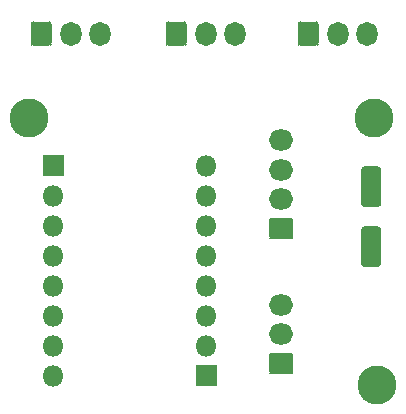
<source format=gbr>
G04 #@! TF.GenerationSoftware,KiCad,Pcbnew,(5.1.12)-1*
G04 #@! TF.CreationDate,2021-12-28T16:54:34-05:00*
G04 #@! TF.ProjectId,FlipDisplay-Motor,466c6970-4469-4737-906c-61792d4d6f74,rev?*
G04 #@! TF.SameCoordinates,Original*
G04 #@! TF.FileFunction,Soldermask,Top*
G04 #@! TF.FilePolarity,Negative*
%FSLAX46Y46*%
G04 Gerber Fmt 4.6, Leading zero omitted, Abs format (unit mm)*
G04 Created by KiCad (PCBNEW (5.1.12)-1) date 2021-12-28 16:54:34*
%MOMM*%
%LPD*%
G01*
G04 APERTURE LIST*
%ADD10C,3.302000*%
%ADD11O,1.802000X2.052000*%
%ADD12O,1.802000X1.802000*%
%ADD13O,2.052000X1.802000*%
%ADD14C,0.100000*%
G04 APERTURE END LIST*
G36*
G01*
X160605063Y-82488000D02*
X159434937Y-82488000D01*
G75*
G02*
X159169000Y-82222063I0J265937D01*
G01*
X159169000Y-79326937D01*
G75*
G02*
X159434937Y-79061000I265937J0D01*
G01*
X160605063Y-79061000D01*
G75*
G02*
X160871000Y-79326937I0J-265937D01*
G01*
X160871000Y-82222063D01*
G75*
G02*
X160605063Y-82488000I-265937J0D01*
G01*
G37*
G36*
G01*
X160605063Y-87563000D02*
X159434937Y-87563000D01*
G75*
G02*
X159169000Y-87297063I0J265937D01*
G01*
X159169000Y-84401937D01*
G75*
G02*
X159434937Y-84136000I265937J0D01*
G01*
X160605063Y-84136000D01*
G75*
G02*
X160871000Y-84401937I0J-265937D01*
G01*
X160871000Y-87297063D01*
G75*
G02*
X160605063Y-87563000I-265937J0D01*
G01*
G37*
D10*
X131064000Y-74930000D03*
X160274000Y-74930000D03*
X160528000Y-97536000D03*
D11*
X148510000Y-67818000D03*
X146010000Y-67818000D03*
G36*
G01*
X142609000Y-68579000D02*
X142609000Y-67057000D01*
G75*
G02*
X142874000Y-66792000I265000J0D01*
G01*
X144146000Y-66792000D01*
G75*
G02*
X144411000Y-67057000I0J-265000D01*
G01*
X144411000Y-68579000D01*
G75*
G02*
X144146000Y-68844000I-265000J0D01*
G01*
X142874000Y-68844000D01*
G75*
G02*
X142609000Y-68579000I0J265000D01*
G01*
G37*
X159686000Y-67818000D03*
X157186000Y-67818000D03*
G36*
G01*
X153785000Y-68579000D02*
X153785000Y-67057000D01*
G75*
G02*
X154050000Y-66792000I265000J0D01*
G01*
X155322000Y-66792000D01*
G75*
G02*
X155587000Y-67057000I0J-265000D01*
G01*
X155587000Y-68579000D01*
G75*
G02*
X155322000Y-68844000I-265000J0D01*
G01*
X154050000Y-68844000D01*
G75*
G02*
X153785000Y-68579000I0J265000D01*
G01*
G37*
X137080000Y-67818000D03*
X134580000Y-67818000D03*
G36*
G01*
X131179000Y-68579000D02*
X131179000Y-67057000D01*
G75*
G02*
X131444000Y-66792000I265000J0D01*
G01*
X132716000Y-66792000D01*
G75*
G02*
X132981000Y-67057000I0J-265000D01*
G01*
X132981000Y-68579000D01*
G75*
G02*
X132716000Y-68844000I-265000J0D01*
G01*
X131444000Y-68844000D01*
G75*
G02*
X131179000Y-68579000I0J265000D01*
G01*
G37*
D12*
X146050000Y-78994000D03*
X146050000Y-81534000D03*
X146050000Y-84074000D03*
X146050000Y-86614000D03*
X146050000Y-89154000D03*
X146050000Y-91694000D03*
X146050000Y-94234000D03*
G36*
G01*
X146951000Y-95924000D02*
X146951000Y-97624000D01*
G75*
G02*
X146900000Y-97675000I-51000J0D01*
G01*
X145200000Y-97675000D01*
G75*
G02*
X145149000Y-97624000I0J51000D01*
G01*
X145149000Y-95924000D01*
G75*
G02*
X145200000Y-95873000I51000J0D01*
G01*
X146900000Y-95873000D01*
G75*
G02*
X146951000Y-95924000I0J-51000D01*
G01*
G37*
D13*
X152400000Y-76828000D03*
X152400000Y-79328000D03*
X152400000Y-81828000D03*
G36*
G01*
X153161000Y-85229000D02*
X151639000Y-85229000D01*
G75*
G02*
X151374000Y-84964000I0J265000D01*
G01*
X151374000Y-83692000D01*
G75*
G02*
X151639000Y-83427000I265000J0D01*
G01*
X153161000Y-83427000D01*
G75*
G02*
X153426000Y-83692000I0J-265000D01*
G01*
X153426000Y-84964000D01*
G75*
G02*
X153161000Y-85229000I-265000J0D01*
G01*
G37*
D12*
X133096000Y-96774000D03*
X133096000Y-94234000D03*
X133096000Y-91694000D03*
X133096000Y-89154000D03*
X133096000Y-86614000D03*
X133096000Y-84074000D03*
X133096000Y-81534000D03*
G36*
G01*
X132195000Y-79844000D02*
X132195000Y-78144000D01*
G75*
G02*
X132246000Y-78093000I51000J0D01*
G01*
X133946000Y-78093000D01*
G75*
G02*
X133997000Y-78144000I0J-51000D01*
G01*
X133997000Y-79844000D01*
G75*
G02*
X133946000Y-79895000I-51000J0D01*
G01*
X132246000Y-79895000D01*
G75*
G02*
X132195000Y-79844000I0J51000D01*
G01*
G37*
D13*
X152400000Y-90758000D03*
X152400000Y-93258000D03*
G36*
G01*
X153161000Y-96659000D02*
X151639000Y-96659000D01*
G75*
G02*
X151374000Y-96394000I0J265000D01*
G01*
X151374000Y-95122000D01*
G75*
G02*
X151639000Y-94857000I265000J0D01*
G01*
X153161000Y-94857000D01*
G75*
G02*
X153426000Y-95122000I0J-265000D01*
G01*
X153426000Y-96394000D01*
G75*
G02*
X153161000Y-96659000I-265000J0D01*
G01*
G37*
D14*
G36*
X153427165Y-96392374D02*
G01*
X153428000Y-96394000D01*
X153428000Y-96476097D01*
X153427990Y-96476293D01*
X153424001Y-96516796D01*
X153423925Y-96517181D01*
X153413899Y-96550233D01*
X153413749Y-96550595D01*
X153397472Y-96581046D01*
X153397254Y-96581372D01*
X153375345Y-96608068D01*
X153375068Y-96608345D01*
X153348372Y-96630254D01*
X153348046Y-96630472D01*
X153317595Y-96646749D01*
X153317233Y-96646899D01*
X153284181Y-96656925D01*
X153283796Y-96657001D01*
X153243293Y-96660990D01*
X153243097Y-96661000D01*
X153161000Y-96661000D01*
X153159268Y-96660000D01*
X153159268Y-96658000D01*
X153160804Y-96657010D01*
X153212304Y-96651938D01*
X153261642Y-96636971D01*
X153307110Y-96612668D01*
X153346962Y-96579962D01*
X153379668Y-96540110D01*
X153403971Y-96494642D01*
X153418938Y-96445304D01*
X153424010Y-96393804D01*
X153425175Y-96392178D01*
X153427165Y-96392374D01*
G37*
G36*
X151375990Y-96393804D02*
G01*
X151381062Y-96445304D01*
X151396029Y-96494642D01*
X151420332Y-96540110D01*
X151453038Y-96579962D01*
X151492890Y-96612668D01*
X151538358Y-96636971D01*
X151587696Y-96651938D01*
X151639196Y-96657010D01*
X151640822Y-96658175D01*
X151640626Y-96660165D01*
X151639000Y-96661000D01*
X151556903Y-96661000D01*
X151556707Y-96660990D01*
X151516204Y-96657001D01*
X151515819Y-96656925D01*
X151482767Y-96646899D01*
X151482405Y-96646749D01*
X151451954Y-96630472D01*
X151451628Y-96630254D01*
X151424932Y-96608345D01*
X151424655Y-96608068D01*
X151402746Y-96581372D01*
X151402528Y-96581046D01*
X151386251Y-96550595D01*
X151386101Y-96550233D01*
X151376075Y-96517181D01*
X151375999Y-96516796D01*
X151372010Y-96476293D01*
X151372000Y-96476097D01*
X151372000Y-96394000D01*
X151373000Y-96392268D01*
X151375000Y-96392268D01*
X151375990Y-96393804D01*
G37*
G36*
X151640732Y-94856000D02*
G01*
X151640732Y-94858000D01*
X151639196Y-94858990D01*
X151587696Y-94864062D01*
X151538358Y-94879029D01*
X151492890Y-94903332D01*
X151453038Y-94936038D01*
X151420332Y-94975890D01*
X151396029Y-95021358D01*
X151381062Y-95070696D01*
X151375990Y-95122196D01*
X151374825Y-95123822D01*
X151372835Y-95123626D01*
X151372000Y-95122000D01*
X151372000Y-95039903D01*
X151372010Y-95039707D01*
X151375999Y-94999204D01*
X151376075Y-94998819D01*
X151386101Y-94965767D01*
X151386251Y-94965405D01*
X151402528Y-94934954D01*
X151402746Y-94934628D01*
X151424655Y-94907932D01*
X151424932Y-94907655D01*
X151451628Y-94885746D01*
X151451954Y-94885528D01*
X151482405Y-94869251D01*
X151482767Y-94869101D01*
X151515819Y-94859075D01*
X151516204Y-94858999D01*
X151556707Y-94855010D01*
X151556903Y-94855000D01*
X151639000Y-94855000D01*
X151640732Y-94856000D01*
G37*
G36*
X153243293Y-94855010D02*
G01*
X153283796Y-94858999D01*
X153284181Y-94859075D01*
X153317233Y-94869101D01*
X153317595Y-94869251D01*
X153348046Y-94885528D01*
X153348372Y-94885746D01*
X153375068Y-94907655D01*
X153375345Y-94907932D01*
X153397254Y-94934628D01*
X153397472Y-94934954D01*
X153413749Y-94965405D01*
X153413899Y-94965767D01*
X153423925Y-94998819D01*
X153424001Y-94999204D01*
X153427990Y-95039707D01*
X153428000Y-95039903D01*
X153428000Y-95122000D01*
X153427000Y-95123732D01*
X153425000Y-95123732D01*
X153424010Y-95122196D01*
X153418938Y-95070696D01*
X153403971Y-95021358D01*
X153379668Y-94975890D01*
X153346962Y-94936038D01*
X153307110Y-94903332D01*
X153261642Y-94879029D01*
X153212304Y-94864062D01*
X153160804Y-94858990D01*
X153159178Y-94857825D01*
X153159374Y-94855835D01*
X153161000Y-94855000D01*
X153243097Y-94855000D01*
X153243293Y-94855010D01*
G37*
G36*
X153427165Y-84962374D02*
G01*
X153428000Y-84964000D01*
X153428000Y-85046097D01*
X153427990Y-85046293D01*
X153424001Y-85086796D01*
X153423925Y-85087181D01*
X153413899Y-85120233D01*
X153413749Y-85120595D01*
X153397472Y-85151046D01*
X153397254Y-85151372D01*
X153375345Y-85178068D01*
X153375068Y-85178345D01*
X153348372Y-85200254D01*
X153348046Y-85200472D01*
X153317595Y-85216749D01*
X153317233Y-85216899D01*
X153284181Y-85226925D01*
X153283796Y-85227001D01*
X153243293Y-85230990D01*
X153243097Y-85231000D01*
X153161000Y-85231000D01*
X153159268Y-85230000D01*
X153159268Y-85228000D01*
X153160804Y-85227010D01*
X153212304Y-85221938D01*
X153261642Y-85206971D01*
X153307110Y-85182668D01*
X153346962Y-85149962D01*
X153379668Y-85110110D01*
X153403971Y-85064642D01*
X153418938Y-85015304D01*
X153424010Y-84963804D01*
X153425175Y-84962178D01*
X153427165Y-84962374D01*
G37*
G36*
X151375990Y-84963804D02*
G01*
X151381062Y-85015304D01*
X151396029Y-85064642D01*
X151420332Y-85110110D01*
X151453038Y-85149962D01*
X151492890Y-85182668D01*
X151538358Y-85206971D01*
X151587696Y-85221938D01*
X151639196Y-85227010D01*
X151640822Y-85228175D01*
X151640626Y-85230165D01*
X151639000Y-85231000D01*
X151556903Y-85231000D01*
X151556707Y-85230990D01*
X151516204Y-85227001D01*
X151515819Y-85226925D01*
X151482767Y-85216899D01*
X151482405Y-85216749D01*
X151451954Y-85200472D01*
X151451628Y-85200254D01*
X151424932Y-85178345D01*
X151424655Y-85178068D01*
X151402746Y-85151372D01*
X151402528Y-85151046D01*
X151386251Y-85120595D01*
X151386101Y-85120233D01*
X151376075Y-85087181D01*
X151375999Y-85086796D01*
X151372010Y-85046293D01*
X151372000Y-85046097D01*
X151372000Y-84964000D01*
X151373000Y-84962268D01*
X151375000Y-84962268D01*
X151375990Y-84963804D01*
G37*
G36*
X151640732Y-83426000D02*
G01*
X151640732Y-83428000D01*
X151639196Y-83428990D01*
X151587696Y-83434062D01*
X151538358Y-83449029D01*
X151492890Y-83473332D01*
X151453038Y-83506038D01*
X151420332Y-83545890D01*
X151396029Y-83591358D01*
X151381062Y-83640696D01*
X151375990Y-83692196D01*
X151374825Y-83693822D01*
X151372835Y-83693626D01*
X151372000Y-83692000D01*
X151372000Y-83609903D01*
X151372010Y-83609707D01*
X151375999Y-83569204D01*
X151376075Y-83568819D01*
X151386101Y-83535767D01*
X151386251Y-83535405D01*
X151402528Y-83504954D01*
X151402746Y-83504628D01*
X151424655Y-83477932D01*
X151424932Y-83477655D01*
X151451628Y-83455746D01*
X151451954Y-83455528D01*
X151482405Y-83439251D01*
X151482767Y-83439101D01*
X151515819Y-83429075D01*
X151516204Y-83428999D01*
X151556707Y-83425010D01*
X151556903Y-83425000D01*
X151639000Y-83425000D01*
X151640732Y-83426000D01*
G37*
G36*
X153243293Y-83425010D02*
G01*
X153283796Y-83428999D01*
X153284181Y-83429075D01*
X153317233Y-83439101D01*
X153317595Y-83439251D01*
X153348046Y-83455528D01*
X153348372Y-83455746D01*
X153375068Y-83477655D01*
X153375345Y-83477932D01*
X153397254Y-83504628D01*
X153397472Y-83504954D01*
X153413749Y-83535405D01*
X153413899Y-83535767D01*
X153423925Y-83568819D01*
X153424001Y-83569204D01*
X153427990Y-83609707D01*
X153428000Y-83609903D01*
X153428000Y-83692000D01*
X153427000Y-83693732D01*
X153425000Y-83693732D01*
X153424010Y-83692196D01*
X153418938Y-83640696D01*
X153403971Y-83591358D01*
X153379668Y-83545890D01*
X153346962Y-83506038D01*
X153307110Y-83473332D01*
X153261642Y-83449029D01*
X153212304Y-83434062D01*
X153160804Y-83428990D01*
X153159178Y-83427825D01*
X153159374Y-83425835D01*
X153161000Y-83425000D01*
X153243097Y-83425000D01*
X153243293Y-83425010D01*
G37*
G36*
X132982165Y-68577374D02*
G01*
X132983000Y-68579000D01*
X132983000Y-68661097D01*
X132982990Y-68661293D01*
X132979001Y-68701796D01*
X132978925Y-68702181D01*
X132968899Y-68735233D01*
X132968749Y-68735595D01*
X132952472Y-68766046D01*
X132952254Y-68766372D01*
X132930345Y-68793068D01*
X132930068Y-68793345D01*
X132903372Y-68815254D01*
X132903046Y-68815472D01*
X132872595Y-68831749D01*
X132872233Y-68831899D01*
X132839181Y-68841925D01*
X132838796Y-68842001D01*
X132798293Y-68845990D01*
X132798097Y-68846000D01*
X132716000Y-68846000D01*
X132714268Y-68845000D01*
X132714268Y-68843000D01*
X132715804Y-68842010D01*
X132767304Y-68836938D01*
X132816642Y-68821971D01*
X132862110Y-68797668D01*
X132901962Y-68764962D01*
X132934668Y-68725110D01*
X132958971Y-68679642D01*
X132973938Y-68630304D01*
X132979010Y-68578804D01*
X132980175Y-68577178D01*
X132982165Y-68577374D01*
G37*
G36*
X144412165Y-68577374D02*
G01*
X144413000Y-68579000D01*
X144413000Y-68661097D01*
X144412990Y-68661293D01*
X144409001Y-68701796D01*
X144408925Y-68702181D01*
X144398899Y-68735233D01*
X144398749Y-68735595D01*
X144382472Y-68766046D01*
X144382254Y-68766372D01*
X144360345Y-68793068D01*
X144360068Y-68793345D01*
X144333372Y-68815254D01*
X144333046Y-68815472D01*
X144302595Y-68831749D01*
X144302233Y-68831899D01*
X144269181Y-68841925D01*
X144268796Y-68842001D01*
X144228293Y-68845990D01*
X144228097Y-68846000D01*
X144146000Y-68846000D01*
X144144268Y-68845000D01*
X144144268Y-68843000D01*
X144145804Y-68842010D01*
X144197304Y-68836938D01*
X144246642Y-68821971D01*
X144292110Y-68797668D01*
X144331962Y-68764962D01*
X144364668Y-68725110D01*
X144388971Y-68679642D01*
X144403938Y-68630304D01*
X144409010Y-68578804D01*
X144410175Y-68577178D01*
X144412165Y-68577374D01*
G37*
G36*
X155588165Y-68577374D02*
G01*
X155589000Y-68579000D01*
X155589000Y-68661097D01*
X155588990Y-68661293D01*
X155585001Y-68701796D01*
X155584925Y-68702181D01*
X155574899Y-68735233D01*
X155574749Y-68735595D01*
X155558472Y-68766046D01*
X155558254Y-68766372D01*
X155536345Y-68793068D01*
X155536068Y-68793345D01*
X155509372Y-68815254D01*
X155509046Y-68815472D01*
X155478595Y-68831749D01*
X155478233Y-68831899D01*
X155445181Y-68841925D01*
X155444796Y-68842001D01*
X155404293Y-68845990D01*
X155404097Y-68846000D01*
X155322000Y-68846000D01*
X155320268Y-68845000D01*
X155320268Y-68843000D01*
X155321804Y-68842010D01*
X155373304Y-68836938D01*
X155422642Y-68821971D01*
X155468110Y-68797668D01*
X155507962Y-68764962D01*
X155540668Y-68725110D01*
X155564971Y-68679642D01*
X155579938Y-68630304D01*
X155585010Y-68578804D01*
X155586175Y-68577178D01*
X155588165Y-68577374D01*
G37*
G36*
X142610990Y-68578804D02*
G01*
X142616062Y-68630304D01*
X142631029Y-68679642D01*
X142655332Y-68725110D01*
X142688038Y-68764962D01*
X142727890Y-68797668D01*
X142773358Y-68821971D01*
X142822696Y-68836938D01*
X142874196Y-68842010D01*
X142875822Y-68843175D01*
X142875626Y-68845165D01*
X142874000Y-68846000D01*
X142791903Y-68846000D01*
X142791707Y-68845990D01*
X142751204Y-68842001D01*
X142750819Y-68841925D01*
X142717767Y-68831899D01*
X142717405Y-68831749D01*
X142686954Y-68815472D01*
X142686628Y-68815254D01*
X142659932Y-68793345D01*
X142659655Y-68793068D01*
X142637746Y-68766372D01*
X142637528Y-68766046D01*
X142621251Y-68735595D01*
X142621101Y-68735233D01*
X142611075Y-68702181D01*
X142610999Y-68701796D01*
X142607010Y-68661293D01*
X142607000Y-68661097D01*
X142607000Y-68579000D01*
X142608000Y-68577268D01*
X142610000Y-68577268D01*
X142610990Y-68578804D01*
G37*
G36*
X131180990Y-68578804D02*
G01*
X131186062Y-68630304D01*
X131201029Y-68679642D01*
X131225332Y-68725110D01*
X131258038Y-68764962D01*
X131297890Y-68797668D01*
X131343358Y-68821971D01*
X131392696Y-68836938D01*
X131444196Y-68842010D01*
X131445822Y-68843175D01*
X131445626Y-68845165D01*
X131444000Y-68846000D01*
X131361903Y-68846000D01*
X131361707Y-68845990D01*
X131321204Y-68842001D01*
X131320819Y-68841925D01*
X131287767Y-68831899D01*
X131287405Y-68831749D01*
X131256954Y-68815472D01*
X131256628Y-68815254D01*
X131229932Y-68793345D01*
X131229655Y-68793068D01*
X131207746Y-68766372D01*
X131207528Y-68766046D01*
X131191251Y-68735595D01*
X131191101Y-68735233D01*
X131181075Y-68702181D01*
X131180999Y-68701796D01*
X131177010Y-68661293D01*
X131177000Y-68661097D01*
X131177000Y-68579000D01*
X131178000Y-68577268D01*
X131180000Y-68577268D01*
X131180990Y-68578804D01*
G37*
G36*
X153786990Y-68578804D02*
G01*
X153792062Y-68630304D01*
X153807029Y-68679642D01*
X153831332Y-68725110D01*
X153864038Y-68764962D01*
X153903890Y-68797668D01*
X153949358Y-68821971D01*
X153998696Y-68836938D01*
X154050196Y-68842010D01*
X154051822Y-68843175D01*
X154051626Y-68845165D01*
X154050000Y-68846000D01*
X153967903Y-68846000D01*
X153967707Y-68845990D01*
X153927204Y-68842001D01*
X153926819Y-68841925D01*
X153893767Y-68831899D01*
X153893405Y-68831749D01*
X153862954Y-68815472D01*
X153862628Y-68815254D01*
X153835932Y-68793345D01*
X153835655Y-68793068D01*
X153813746Y-68766372D01*
X153813528Y-68766046D01*
X153797251Y-68735595D01*
X153797101Y-68735233D01*
X153787075Y-68702181D01*
X153786999Y-68701796D01*
X153783010Y-68661293D01*
X153783000Y-68661097D01*
X153783000Y-68579000D01*
X153784000Y-68577268D01*
X153786000Y-68577268D01*
X153786990Y-68578804D01*
G37*
G36*
X131445732Y-66791000D02*
G01*
X131445732Y-66793000D01*
X131444196Y-66793990D01*
X131392696Y-66799062D01*
X131343358Y-66814029D01*
X131297890Y-66838332D01*
X131258038Y-66871038D01*
X131225332Y-66910890D01*
X131201029Y-66956358D01*
X131186062Y-67005696D01*
X131180990Y-67057196D01*
X131179825Y-67058822D01*
X131177835Y-67058626D01*
X131177000Y-67057000D01*
X131177000Y-66974903D01*
X131177010Y-66974707D01*
X131180999Y-66934204D01*
X131181075Y-66933819D01*
X131191101Y-66900767D01*
X131191251Y-66900405D01*
X131207528Y-66869954D01*
X131207746Y-66869628D01*
X131229655Y-66842932D01*
X131229932Y-66842655D01*
X131256628Y-66820746D01*
X131256954Y-66820528D01*
X131287405Y-66804251D01*
X131287767Y-66804101D01*
X131320819Y-66794075D01*
X131321204Y-66793999D01*
X131361707Y-66790010D01*
X131361903Y-66790000D01*
X131444000Y-66790000D01*
X131445732Y-66791000D01*
G37*
G36*
X142875732Y-66791000D02*
G01*
X142875732Y-66793000D01*
X142874196Y-66793990D01*
X142822696Y-66799062D01*
X142773358Y-66814029D01*
X142727890Y-66838332D01*
X142688038Y-66871038D01*
X142655332Y-66910890D01*
X142631029Y-66956358D01*
X142616062Y-67005696D01*
X142610990Y-67057196D01*
X142609825Y-67058822D01*
X142607835Y-67058626D01*
X142607000Y-67057000D01*
X142607000Y-66974903D01*
X142607010Y-66974707D01*
X142610999Y-66934204D01*
X142611075Y-66933819D01*
X142621101Y-66900767D01*
X142621251Y-66900405D01*
X142637528Y-66869954D01*
X142637746Y-66869628D01*
X142659655Y-66842932D01*
X142659932Y-66842655D01*
X142686628Y-66820746D01*
X142686954Y-66820528D01*
X142717405Y-66804251D01*
X142717767Y-66804101D01*
X142750819Y-66794075D01*
X142751204Y-66793999D01*
X142791707Y-66790010D01*
X142791903Y-66790000D01*
X142874000Y-66790000D01*
X142875732Y-66791000D01*
G37*
G36*
X154051732Y-66791000D02*
G01*
X154051732Y-66793000D01*
X154050196Y-66793990D01*
X153998696Y-66799062D01*
X153949358Y-66814029D01*
X153903890Y-66838332D01*
X153864038Y-66871038D01*
X153831332Y-66910890D01*
X153807029Y-66956358D01*
X153792062Y-67005696D01*
X153786990Y-67057196D01*
X153785825Y-67058822D01*
X153783835Y-67058626D01*
X153783000Y-67057000D01*
X153783000Y-66974903D01*
X153783010Y-66974707D01*
X153786999Y-66934204D01*
X153787075Y-66933819D01*
X153797101Y-66900767D01*
X153797251Y-66900405D01*
X153813528Y-66869954D01*
X153813746Y-66869628D01*
X153835655Y-66842932D01*
X153835932Y-66842655D01*
X153862628Y-66820746D01*
X153862954Y-66820528D01*
X153893405Y-66804251D01*
X153893767Y-66804101D01*
X153926819Y-66794075D01*
X153927204Y-66793999D01*
X153967707Y-66790010D01*
X153967903Y-66790000D01*
X154050000Y-66790000D01*
X154051732Y-66791000D01*
G37*
G36*
X132798293Y-66790010D02*
G01*
X132838796Y-66793999D01*
X132839181Y-66794075D01*
X132872233Y-66804101D01*
X132872595Y-66804251D01*
X132903046Y-66820528D01*
X132903372Y-66820746D01*
X132930068Y-66842655D01*
X132930345Y-66842932D01*
X132952254Y-66869628D01*
X132952472Y-66869954D01*
X132968749Y-66900405D01*
X132968899Y-66900767D01*
X132978925Y-66933819D01*
X132979001Y-66934204D01*
X132982990Y-66974707D01*
X132983000Y-66974903D01*
X132983000Y-67057000D01*
X132982000Y-67058732D01*
X132980000Y-67058732D01*
X132979010Y-67057196D01*
X132973938Y-67005696D01*
X132958971Y-66956358D01*
X132934668Y-66910890D01*
X132901962Y-66871038D01*
X132862110Y-66838332D01*
X132816642Y-66814029D01*
X132767304Y-66799062D01*
X132715804Y-66793990D01*
X132714178Y-66792825D01*
X132714374Y-66790835D01*
X132716000Y-66790000D01*
X132798097Y-66790000D01*
X132798293Y-66790010D01*
G37*
G36*
X144228293Y-66790010D02*
G01*
X144268796Y-66793999D01*
X144269181Y-66794075D01*
X144302233Y-66804101D01*
X144302595Y-66804251D01*
X144333046Y-66820528D01*
X144333372Y-66820746D01*
X144360068Y-66842655D01*
X144360345Y-66842932D01*
X144382254Y-66869628D01*
X144382472Y-66869954D01*
X144398749Y-66900405D01*
X144398899Y-66900767D01*
X144408925Y-66933819D01*
X144409001Y-66934204D01*
X144412990Y-66974707D01*
X144413000Y-66974903D01*
X144413000Y-67057000D01*
X144412000Y-67058732D01*
X144410000Y-67058732D01*
X144409010Y-67057196D01*
X144403938Y-67005696D01*
X144388971Y-66956358D01*
X144364668Y-66910890D01*
X144331962Y-66871038D01*
X144292110Y-66838332D01*
X144246642Y-66814029D01*
X144197304Y-66799062D01*
X144145804Y-66793990D01*
X144144178Y-66792825D01*
X144144374Y-66790835D01*
X144146000Y-66790000D01*
X144228097Y-66790000D01*
X144228293Y-66790010D01*
G37*
G36*
X155404293Y-66790010D02*
G01*
X155444796Y-66793999D01*
X155445181Y-66794075D01*
X155478233Y-66804101D01*
X155478595Y-66804251D01*
X155509046Y-66820528D01*
X155509372Y-66820746D01*
X155536068Y-66842655D01*
X155536345Y-66842932D01*
X155558254Y-66869628D01*
X155558472Y-66869954D01*
X155574749Y-66900405D01*
X155574899Y-66900767D01*
X155584925Y-66933819D01*
X155585001Y-66934204D01*
X155588990Y-66974707D01*
X155589000Y-66974903D01*
X155589000Y-67057000D01*
X155588000Y-67058732D01*
X155586000Y-67058732D01*
X155585010Y-67057196D01*
X155579938Y-67005696D01*
X155564971Y-66956358D01*
X155540668Y-66910890D01*
X155507962Y-66871038D01*
X155468110Y-66838332D01*
X155422642Y-66814029D01*
X155373304Y-66799062D01*
X155321804Y-66793990D01*
X155320178Y-66792825D01*
X155320374Y-66790835D01*
X155322000Y-66790000D01*
X155404097Y-66790000D01*
X155404293Y-66790010D01*
G37*
M02*

</source>
